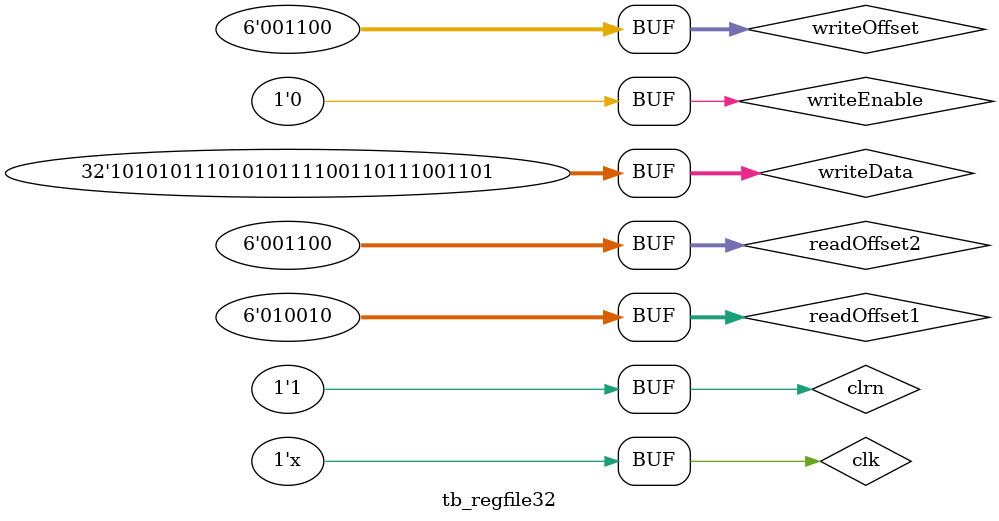
<source format=v>
`timescale 1ns / 1ps

module tb_regfile32();

    reg clk;     // Clock
    reg clrn;    // Reset (Active-Low)
    
    // Read
    reg  [5:0]  readOffset1;     // Read offset
    reg  [5:0]  readOffset2;     // Another read offset
    wire [31:0] readData1;       // Read data
    wire [31:0] readData2;       // Another read data
    
    // Write
    reg [31:0] writeData;            // Data to be written
    reg [5:0]  writeOffset;          // Write offset
    reg        writeEnable;
    
    regfile32 regfile(  clk, clrn,
                        readOffset1,
                        readOffset2,
                        readData1,  
                        readData2,  
                        writeData,  
                        writeOffset,
                        writeEnable);
                
    initial begin
        clk         = 1'b1;
        clrn        = 1'b1;
        writeEnable = 1'b0;
        readOffset1 = 32'h0000_0000;
        readOffset2 = 32'h0000_0000;
        writeData   = 32'h0000_0000;  
        writeOffset = 6'b00_0000;
        writeEnable = 1'b0; 
    end    
    
    always #5 clk = ~clk;
    
    initial begin
        #20;    // Initial wait
        
        // Write
        writeData   = 32'hABCD_EF00;
        writeOffset = 6'b00_0010;
        writeEnable = 1'b1;
        #10;
        
        // Write
        writeData   = 32'h0123_4567;
        writeOffset = 6'b00_0100;
        writeEnable = 1'b1;
        #30;
        writeEnable = 1'b0;
        
        // Read same address
        readOffset1 = 6'b00_0010;
        readOffset2 = 6'b00_0100;
        #20;
        
        // Write
        writeData   = 32'h0101_0202;
        writeOffset = 6'b01_0010;
        writeEnable = 1'b1;
        #10;
        
        // Write
        writeData   = 32'hABAB_CDCD;
        writeOffset = 6'b00_1100;
        writeEnable = 1'b1;
        #30;
        writeEnable = 1'b0;
        
        // Read same address
        readOffset1 = 6'b01_0010;
        readOffset2 = 6'b00_1100;
        #20;
        
    end
endmodule

</source>
